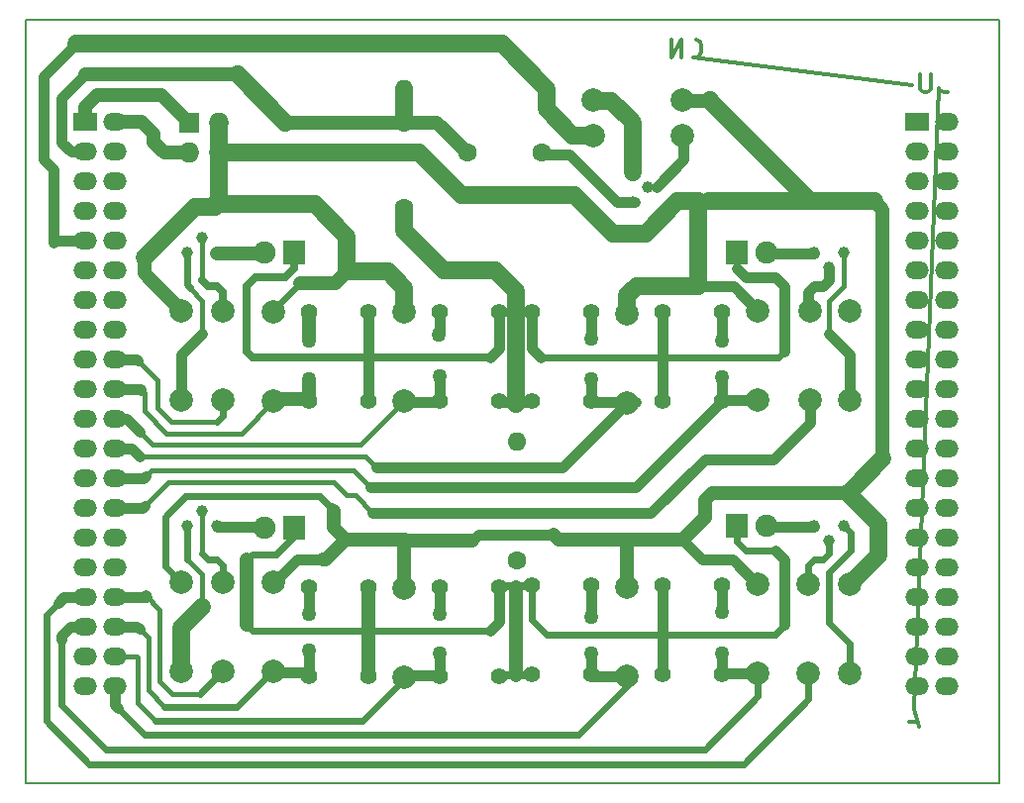
<source format=gbr>
G04 #@! TF.FileFunction,Copper,L2,Bot,Signal*
%FSLAX46Y46*%
G04 Gerber Fmt 4.6, Leading zero omitted, Abs format (unit mm)*
G04 Created by KiCad (PCBNEW 4.0.6-e0-6349~53~ubuntu16.04.1) date Sat Jul  1 03:26:18 2017*
%MOMM*%
%LPD*%
G01*
G04 APERTURE LIST*
%ADD10C,0.100000*%
%ADD11C,0.150000*%
%ADD12C,0.300000*%
%ADD13C,1.600000*%
%ADD14O,1.600000X1.600000*%
%ADD15R,2.000000X1.524000*%
%ADD16O,2.000000X1.524000*%
%ADD17R,1.300000X1.300000*%
%ADD18C,1.300000*%
%ADD19C,1.998980*%
%ADD20R,1.900000X2.000000*%
%ADD21C,1.900000*%
%ADD22R,1.727200X1.727200*%
%ADD23O,1.727200X1.727200*%
%ADD24C,1.000760*%
%ADD25C,1.397000*%
%ADD26C,1.600200*%
%ADD27C,1.270000*%
%ADD28C,1.500000*%
%ADD29C,1.200000*%
%ADD30C,0.900000*%
%ADD31C,0.600000*%
%ADD32C,0.304800*%
%ADD33C,0.635000*%
%ADD34C,0.450000*%
G04 APERTURE END LIST*
D10*
D11*
X196250000Y-118000000D02*
X113000000Y-118000000D01*
X196250000Y-52750000D02*
X196250000Y-118000000D01*
X113000000Y-52750000D02*
X196250000Y-52750000D01*
X113000000Y-118000000D02*
X113000000Y-52750000D01*
D12*
X189307143Y-112775000D02*
X188592857Y-112775000D01*
X189450000Y-113203571D02*
X188950000Y-111703571D01*
X191107143Y-58571429D01*
X191178571Y-58714286D01*
X191321429Y-58857143D01*
X191535714Y-58928571D01*
X191892857Y-58928571D01*
X190392857Y-57428571D02*
X190392857Y-58642857D01*
X190321429Y-58785714D01*
X190250000Y-58857143D01*
X190107143Y-58928571D01*
X189821429Y-58928571D01*
X189678571Y-58857143D01*
X189607143Y-58785714D01*
X189535714Y-58642857D01*
X189535714Y-57428571D01*
X188821428Y-58357143D02*
X170107142Y-55928571D01*
X170392856Y-55928571D01*
X170535713Y-55857143D01*
X170678570Y-55714286D01*
X170749999Y-55428571D01*
X170749999Y-54928571D01*
X170678570Y-54642857D01*
X170535713Y-54500000D01*
X170392856Y-54428571D01*
X169107141Y-55928571D02*
X169107141Y-54428571D01*
X168249998Y-55928571D01*
X168249998Y-54428571D01*
D13*
X145400000Y-68800000D03*
D14*
X145400000Y-58640000D03*
D15*
X189230000Y-61468000D03*
D16*
X191770000Y-61468000D03*
X189230000Y-74168000D03*
X191770000Y-64008000D03*
X189230000Y-76708000D03*
X191770000Y-66548000D03*
X189230000Y-79248000D03*
X191770000Y-69088000D03*
X189230000Y-81788000D03*
X191770000Y-71628000D03*
X189230000Y-84328000D03*
X191770000Y-74168000D03*
X189230000Y-86868000D03*
X191770000Y-76708000D03*
X189230000Y-89408000D03*
X191770000Y-79248000D03*
X189230000Y-91948000D03*
X191770000Y-81788000D03*
X189230000Y-94488000D03*
X191770000Y-84328000D03*
X189230000Y-97028000D03*
X191770000Y-86868000D03*
X189230000Y-99568000D03*
X191770000Y-89408000D03*
X191770000Y-91948000D03*
X189230000Y-102108000D03*
X191770000Y-94488000D03*
X191770000Y-99568000D03*
X191770000Y-102108000D03*
X191770000Y-104648000D03*
X191770000Y-107188000D03*
X189230000Y-104648000D03*
X189230000Y-107188000D03*
X189230000Y-64008000D03*
X189230000Y-66548000D03*
X189230000Y-69088000D03*
X189230000Y-71628000D03*
X189230000Y-109728000D03*
X191770000Y-109728000D03*
X191770000Y-97028000D03*
D15*
X118110000Y-61468000D03*
D16*
X120650000Y-61468000D03*
X118110000Y-64008000D03*
X120650000Y-64008000D03*
X118110000Y-66548000D03*
X120650000Y-66548000D03*
X118110000Y-69088000D03*
X120650000Y-69088000D03*
X118110000Y-71628000D03*
X120650000Y-71628000D03*
X118110000Y-74168000D03*
X120650000Y-74168000D03*
X118110000Y-76708000D03*
X120650000Y-76708000D03*
X118110000Y-79248000D03*
X120650000Y-79248000D03*
X118110000Y-81788000D03*
X120650000Y-81788000D03*
X118110000Y-84328000D03*
X120650000Y-84328000D03*
X118110000Y-86868000D03*
X120650000Y-86868000D03*
X118110000Y-89408000D03*
X120650000Y-89408000D03*
X118110000Y-91948000D03*
X120650000Y-91948000D03*
X118110000Y-94488000D03*
X120650000Y-94488000D03*
X118110000Y-97028000D03*
X120650000Y-97028000D03*
X118110000Y-99568000D03*
X120650000Y-99568000D03*
X118110000Y-102108000D03*
X120650000Y-102108000D03*
X118110000Y-104648000D03*
X120650000Y-104648000D03*
X118110000Y-107188000D03*
X120650000Y-107188000D03*
X118110000Y-109728000D03*
X120650000Y-109728000D03*
D17*
X135255000Y-64008000D03*
D18*
X135255000Y-61508000D03*
D19*
X164465000Y-85471000D03*
X164465000Y-77851000D03*
D20*
X136017000Y-72644000D03*
D21*
X133477000Y-72644000D03*
D20*
X173863000Y-72644000D03*
D21*
X176403000Y-72644000D03*
D20*
X136017000Y-96139000D03*
D21*
X133477000Y-96139000D03*
D20*
X173863000Y-96012000D03*
D21*
X176403000Y-96012000D03*
D22*
X127007800Y-61542700D03*
D23*
X129547800Y-61542700D03*
X127007800Y-64082700D03*
X129547800Y-64082700D03*
D24*
X166243000Y-67056000D03*
X164973000Y-68326000D03*
X164973000Y-65786000D03*
X128143000Y-71374000D03*
X129413000Y-72644000D03*
X126873000Y-72644000D03*
X181737000Y-73914000D03*
X180467000Y-72644000D03*
X183007000Y-72644000D03*
X128143000Y-94742000D03*
X129413000Y-96012000D03*
X126873000Y-96012000D03*
X181737000Y-97282000D03*
X180467000Y-96012000D03*
X183007000Y-96012000D03*
D19*
X134239000Y-85344000D03*
X134239000Y-77724000D03*
X145415000Y-85344000D03*
X145415000Y-77724000D03*
X175641000Y-85217000D03*
X175641000Y-77597000D03*
X145415000Y-108966000D03*
X145415000Y-101346000D03*
X134239000Y-108458000D03*
X134239000Y-100838000D03*
X175641000Y-108585000D03*
X175641000Y-100965000D03*
X164465000Y-108839000D03*
X164465000Y-101219000D03*
X169164000Y-62611000D03*
X161544000Y-62611000D03*
X169164000Y-59563000D03*
X161544000Y-59563000D03*
X129921000Y-85217000D03*
X129921000Y-77597000D03*
X126365000Y-85217000D03*
X126365000Y-77597000D03*
X180086000Y-85217000D03*
X180086000Y-77597000D03*
X183515000Y-85217000D03*
X183515000Y-77597000D03*
X129921000Y-108458000D03*
X129921000Y-100838000D03*
X126365000Y-108458000D03*
X126365000Y-100838000D03*
X179959000Y-108585000D03*
X179959000Y-100965000D03*
X183515000Y-108585000D03*
X183515000Y-100965000D03*
D13*
X155000000Y-99000000D03*
D14*
X155000000Y-88840000D03*
D25*
X137287000Y-77724000D03*
X142367000Y-77724000D03*
X137287000Y-85344000D03*
X142367000Y-85344000D03*
X148463000Y-77724000D03*
X153543000Y-77724000D03*
X148463000Y-85344000D03*
X153543000Y-85344000D03*
X172593000Y-85344000D03*
X167513000Y-85344000D03*
X172593000Y-77724000D03*
X167513000Y-77724000D03*
X161417000Y-85344000D03*
X156337000Y-85344000D03*
X161417000Y-77724000D03*
X156337000Y-77724000D03*
X148463000Y-101219000D03*
X153543000Y-101219000D03*
X148463000Y-108839000D03*
X153543000Y-108839000D03*
X137287000Y-101219000D03*
X142367000Y-101219000D03*
X137287000Y-108839000D03*
X142367000Y-108839000D03*
X172593000Y-108712000D03*
X167513000Y-108712000D03*
X172593000Y-101092000D03*
X167513000Y-101092000D03*
X161417000Y-108712000D03*
X156337000Y-108712000D03*
X161417000Y-101092000D03*
X156337000Y-101092000D03*
D26*
X157178971Y-64124429D03*
X150828971Y-64124429D03*
D27*
X137287000Y-80137000D03*
X137287000Y-83439000D03*
X148336000Y-79629000D03*
X148463000Y-83185000D03*
X172593000Y-80137000D03*
X172593000Y-83312000D03*
X161417000Y-80010000D03*
X161417000Y-83439000D03*
X137287000Y-103505000D03*
X137287000Y-106680000D03*
X172593000Y-103378000D03*
X172593000Y-106934000D03*
X148463000Y-103505000D03*
X148463000Y-106934000D03*
X161417000Y-103759000D03*
X161417000Y-106934000D03*
D28*
X145400000Y-68800000D02*
X145400000Y-70800000D01*
X148800000Y-74200000D02*
X153200000Y-74200000D01*
X153200000Y-74200000D02*
X154947800Y-75947800D01*
X154947800Y-75947800D02*
X154947800Y-77858800D01*
X145400000Y-70800000D02*
X148800000Y-74200000D01*
X145400000Y-61508000D02*
X145400000Y-58640000D01*
D29*
X135255000Y-61508000D02*
X142600000Y-61508000D01*
X142600000Y-61508000D02*
X145400000Y-61508000D01*
X145400000Y-61508000D02*
X148212542Y-61508000D01*
X148212542Y-61508000D02*
X150828971Y-64124429D01*
D30*
X118110000Y-64008000D02*
X116908002Y-64008000D01*
D28*
X131147000Y-57400000D02*
X135255000Y-61508000D01*
D29*
X118100000Y-57400000D02*
X131147000Y-57400000D01*
D30*
X116100002Y-59399998D02*
X118100000Y-57400000D01*
X116100002Y-63200000D02*
X116100002Y-59399998D01*
X116908002Y-64008000D02*
X116100002Y-63200000D01*
X167513000Y-101092000D02*
X167513000Y-108712000D01*
D31*
X156337000Y-101092000D02*
X156337000Y-104037000D01*
X177103500Y-105300000D02*
X177998300Y-104405200D01*
X157600000Y-105300000D02*
X177103500Y-105300000D01*
X156337000Y-104037000D02*
X157600000Y-105300000D01*
D30*
X142367000Y-85344000D02*
X142367000Y-81661000D01*
D32*
X142367000Y-81661000D02*
X142367000Y-81608700D01*
D28*
X154947800Y-85598000D02*
X154947800Y-77858800D01*
D33*
X154947800Y-85418700D02*
X154947800Y-85598000D01*
X154947800Y-77858800D02*
X154940000Y-77851000D01*
X154940000Y-77851000D02*
X154940000Y-77798700D01*
D30*
X167513000Y-85344000D02*
X167513000Y-81534000D01*
D32*
X167513000Y-81534000D02*
X167520800Y-81534000D01*
D29*
X154940000Y-108786700D02*
X154940000Y-101219000D01*
D33*
X154940000Y-101219000D02*
X154940000Y-101166700D01*
D29*
X142367000Y-108839000D02*
X142367000Y-105029000D01*
D32*
X142367000Y-105029000D02*
X142367000Y-104976700D01*
D33*
X153550800Y-108786700D02*
X154940000Y-108786700D01*
X154940000Y-108786700D02*
X156344800Y-108786700D01*
D30*
X153550800Y-85418700D02*
X154947800Y-85418700D01*
X154947800Y-85418700D02*
X156344800Y-85418700D01*
D33*
X153550800Y-101166700D02*
X154940000Y-101166700D01*
X154940000Y-101166700D02*
X155074800Y-101166700D01*
X155074800Y-101166700D02*
X156344800Y-101166700D01*
D31*
X174632800Y-98118700D02*
X173870800Y-97356700D01*
X173870800Y-97356700D02*
X173870800Y-96086700D01*
X132468800Y-104976700D02*
X142367000Y-104976700D01*
D32*
X142367000Y-104976700D02*
X142374800Y-104976700D01*
X136024800Y-96086700D02*
X136024800Y-96856700D01*
D29*
X131960800Y-98880700D02*
X131960800Y-104468700D01*
D31*
X132422800Y-98418700D02*
X131960800Y-98880700D01*
X134462800Y-98418700D02*
X132422800Y-98418700D01*
X136024800Y-96856700D02*
X134462800Y-98418700D01*
X131960800Y-104468700D02*
X132468800Y-104976700D01*
D29*
X142374800Y-101166700D02*
X142374800Y-104976700D01*
D30*
X153550800Y-104214700D02*
X153550800Y-101166700D01*
X152788800Y-104976700D02*
X153550800Y-104214700D01*
D31*
X142374800Y-104976700D02*
X152788800Y-104976700D01*
D32*
X177426800Y-104976700D02*
X177998300Y-104405200D01*
X177998300Y-104405200D02*
X177934800Y-104468700D01*
D30*
X177934800Y-104468700D02*
X177934800Y-98880700D01*
X177934800Y-98880700D02*
X177172800Y-98118700D01*
D31*
X177172800Y-98118700D02*
X174632800Y-98118700D01*
X173870800Y-73988700D02*
X173870800Y-72718700D01*
D30*
X174632800Y-74750700D02*
X173870800Y-73988700D01*
D32*
X131960800Y-81100700D02*
X132024300Y-81164200D01*
D33*
X132024300Y-81164200D02*
X132468800Y-81608700D01*
X131960800Y-75512700D02*
X131960800Y-81100700D01*
D30*
X177172800Y-74750700D02*
X174632800Y-74750700D01*
X177934800Y-75512700D02*
X177172800Y-74750700D01*
X177934800Y-81100700D02*
X177934800Y-75512700D01*
D31*
X177426800Y-81608700D02*
X177934800Y-81100700D01*
D33*
X132722800Y-74750700D02*
X131960800Y-75512700D01*
X135262800Y-74750700D02*
X132722800Y-74750700D01*
X136024800Y-73988700D02*
X135262800Y-74750700D01*
X136024800Y-72718700D02*
X136024800Y-73988700D01*
X132468800Y-81608700D02*
X142367000Y-81608700D01*
D32*
X142367000Y-81608700D02*
X142374800Y-81608700D01*
X167520800Y-81608700D02*
X167520800Y-81534000D01*
D30*
X167520800Y-81534000D02*
X167520800Y-77798700D01*
D31*
X157106800Y-81608700D02*
X167520800Y-81608700D01*
X167520800Y-81608700D02*
X177426800Y-81608700D01*
D33*
X153550800Y-77798700D02*
X154940000Y-77798700D01*
X154940000Y-77798700D02*
X156344800Y-77798700D01*
X142374800Y-81608700D02*
X152788800Y-81608700D01*
D30*
X152788800Y-81608700D02*
X153550800Y-80846700D01*
X153550800Y-80846700D02*
X153550800Y-77798700D01*
X156344800Y-77798700D02*
X156344800Y-80846700D01*
X156344800Y-80846700D02*
X157106800Y-81608700D01*
X142374800Y-77798700D02*
X142374800Y-81608700D01*
D32*
X133484800Y-72718700D02*
X133738800Y-72464700D01*
X133738800Y-72464700D02*
X133484800Y-72718700D01*
D29*
X129420800Y-72718700D02*
X133484800Y-72718700D01*
D30*
X180474800Y-72718700D02*
X176410800Y-72718700D01*
X180474800Y-96086700D02*
X176410800Y-96086700D01*
D32*
X166410164Y-67016464D02*
X166936536Y-67016464D01*
D30*
X169235300Y-64717700D02*
X169235300Y-62558700D01*
X166936536Y-67016464D02*
X169235300Y-64717700D01*
X165140164Y-68286464D02*
X163616164Y-68286465D01*
X159552164Y-64222465D02*
X157266164Y-64222465D01*
X163616164Y-68286465D02*
X159552164Y-64222465D01*
D32*
X157266164Y-64222465D02*
X157178971Y-64124429D01*
X157262972Y-64194429D02*
X157178971Y-64124429D01*
D34*
X128150800Y-75004700D02*
X128150800Y-71448700D01*
D33*
X128658800Y-75512700D02*
X128150800Y-75004700D01*
X129420800Y-75512700D02*
X128658800Y-75512700D01*
X129928800Y-76020700D02*
X129420800Y-75512700D01*
X129928800Y-77544700D02*
X129928800Y-76020700D01*
D31*
X127084050Y-75715950D02*
X127084050Y-75584050D01*
X126873000Y-75373000D02*
X126873000Y-72644000D01*
X127084050Y-75584050D02*
X126873000Y-75373000D01*
D34*
X128150800Y-76782700D02*
X127084050Y-75715950D01*
X127084050Y-75715950D02*
X126880800Y-75512700D01*
X128150800Y-79576700D02*
X128150800Y-76782700D01*
D30*
X126372800Y-81354700D02*
X128150800Y-79576700D01*
X126372800Y-85164700D02*
X126372800Y-81354700D01*
X181744800Y-73988700D02*
X181744800Y-75004700D01*
X179966800Y-76020700D02*
X179966800Y-77290700D01*
X180474800Y-75512700D02*
X179966800Y-76020700D01*
X181236800Y-75512700D02*
X180474800Y-75512700D01*
X181744800Y-75004700D02*
X181236800Y-75512700D01*
D32*
X179966800Y-77290700D02*
X180220800Y-77544700D01*
D30*
X183522800Y-85164700D02*
X183522800Y-81354700D01*
D34*
X183014800Y-75512700D02*
X183014800Y-72718700D01*
X181744800Y-76782700D02*
X183014800Y-75512700D01*
X181744800Y-79576700D02*
X181744800Y-76782700D01*
D30*
X183522800Y-81354700D02*
X181744800Y-79576700D01*
D32*
X179966800Y-100658700D02*
X180220800Y-100912700D01*
D31*
X179966800Y-99388700D02*
X179966800Y-100658700D01*
X180474800Y-98880700D02*
X179966800Y-99388700D01*
X181236800Y-98880700D02*
X180474800Y-98880700D01*
X181744800Y-98372700D02*
X181236800Y-98880700D01*
X181744800Y-97356700D02*
X181744800Y-98372700D01*
X183515000Y-108585000D02*
X183515000Y-106115000D01*
X183600000Y-96605000D02*
X183007000Y-96012000D01*
X183600000Y-98100000D02*
X183600000Y-96605000D01*
X181700000Y-100000000D02*
X183600000Y-98100000D01*
X181700000Y-104300000D02*
X181700000Y-100000000D01*
X183515000Y-106115000D02*
X181700000Y-104300000D01*
D30*
X120650000Y-84328000D02*
X122828000Y-84328000D01*
D34*
X127000000Y-88100000D02*
X131483000Y-88100000D01*
X131483000Y-88100000D02*
X134239000Y-85344000D01*
X125100000Y-88100000D02*
X123200000Y-86200000D01*
X123200000Y-86200000D02*
X123200000Y-84700000D01*
X123200000Y-84700000D02*
X122900000Y-84400000D01*
X127000000Y-88100000D02*
X125100000Y-88100000D01*
D30*
X122828000Y-84328000D02*
X122900000Y-84400000D01*
D29*
X137287000Y-85344000D02*
X137287000Y-83439000D01*
X137287000Y-80137000D02*
X137287000Y-77724000D01*
D32*
X137040800Y-85164700D02*
X137294800Y-85418700D01*
D29*
X134246800Y-85164700D02*
X137040800Y-85164700D01*
D30*
X120650000Y-86868000D02*
X121668000Y-86868000D01*
D34*
X123900000Y-89100000D02*
X122800000Y-88000000D01*
X141659000Y-89100000D02*
X145415000Y-85344000D01*
X141659000Y-89100000D02*
X123900000Y-89100000D01*
D30*
X121668000Y-86868000D02*
X122800000Y-88000000D01*
X148463000Y-85344000D02*
X148463000Y-83185000D01*
X148463000Y-79502000D02*
X148463000Y-77724000D01*
D32*
X148336000Y-79629000D02*
X148463000Y-79502000D01*
D30*
X148470800Y-85418700D02*
X145422800Y-85418700D01*
X120650000Y-91948000D02*
X123152000Y-91948000D01*
D34*
X141100000Y-91300000D02*
X123800000Y-91300000D01*
X123800000Y-91300000D02*
X123300000Y-91800000D01*
D30*
X165237000Y-92700000D02*
X172593000Y-85344000D01*
X142500000Y-92700000D02*
X165237000Y-92700000D01*
D34*
X142050000Y-92250000D02*
X142500000Y-92700000D01*
X142050000Y-92250000D02*
X141100000Y-91300000D01*
D30*
X123152000Y-91948000D02*
X123300000Y-91800000D01*
X175641000Y-85217000D02*
X172720000Y-85217000D01*
X172720000Y-85217000D02*
X172593000Y-85344000D01*
X172593000Y-85344000D02*
X172593000Y-83312000D01*
X172593000Y-80137000D02*
X172593000Y-77724000D01*
D32*
X172600800Y-85418700D02*
X172854800Y-85164700D01*
D30*
X120650000Y-89408000D02*
X122108000Y-89408000D01*
X122108000Y-89408000D02*
X122800000Y-90100000D01*
D34*
X142100000Y-90100000D02*
X122800000Y-90100000D01*
X142100000Y-90100000D02*
X143000000Y-91000000D01*
D30*
X143000000Y-91000000D02*
X158936000Y-91000000D01*
X164465000Y-85471000D02*
X158936000Y-91000000D01*
D34*
X122800000Y-90100000D02*
X122900000Y-90200000D01*
D30*
X161417000Y-85344000D02*
X161417000Y-83439000D01*
X161417000Y-80010000D02*
X161417000Y-77724000D01*
X161424800Y-85418700D02*
X165234800Y-85418700D01*
X120650000Y-104648000D02*
X122548000Y-104648000D01*
D34*
X123500000Y-105600000D02*
X122750000Y-104850000D01*
X123500000Y-110100000D02*
X123500000Y-105600000D01*
X124900000Y-111500000D02*
X123500000Y-110100000D01*
D31*
X131100000Y-111500000D02*
X124900000Y-111500000D01*
X131100000Y-111500000D02*
X134142000Y-108458000D01*
D30*
X122548000Y-104648000D02*
X122750000Y-104850000D01*
D34*
X134239000Y-108458000D02*
X134142000Y-108458000D01*
D30*
X137287000Y-108839000D02*
X137287000Y-106680000D01*
X137287000Y-103505000D02*
X137287000Y-101219000D01*
D32*
X137040800Y-108532700D02*
X137294800Y-108786700D01*
D30*
X134246800Y-108532700D02*
X137040800Y-108532700D01*
D32*
X120653400Y-104651400D02*
X120650000Y-104648000D01*
D30*
X116100000Y-105700000D02*
X116100000Y-105400000D01*
D31*
X175641000Y-110559000D02*
X171100000Y-115100000D01*
X171100000Y-115100000D02*
X119900000Y-115100000D01*
X119900000Y-115100000D02*
X116100000Y-111300000D01*
X116100000Y-111300000D02*
X116100000Y-105700000D01*
X175641000Y-108585000D02*
X175641000Y-110559000D01*
D30*
X116852000Y-104648000D02*
X118110000Y-104648000D01*
X116100000Y-105400000D02*
X116852000Y-104648000D01*
X172593000Y-108712000D02*
X172593000Y-106934000D01*
X172593000Y-103378000D02*
X172593000Y-101092000D01*
X175641000Y-108585000D02*
X172720000Y-108585000D01*
D32*
X172720000Y-108585000D02*
X172593000Y-108712000D01*
D28*
X164973000Y-65786000D02*
X164973000Y-61515307D01*
X164700000Y-61242307D02*
X163108164Y-59650464D01*
X163108164Y-59650464D02*
X161584164Y-59650465D01*
X164973000Y-61515307D02*
X164700000Y-61242307D01*
D30*
X129420800Y-96086700D02*
X133484800Y-96086700D01*
D32*
X133738800Y-95832700D02*
X133484800Y-96086700D01*
X133484800Y-96086700D02*
X133738800Y-95832700D01*
D31*
X129928800Y-99388700D02*
X129420800Y-98880700D01*
X129420800Y-98880700D02*
X128658800Y-98880700D01*
X128658800Y-98880700D02*
X128150800Y-98372700D01*
X129928800Y-100912700D02*
X129928800Y-99388700D01*
D34*
X128150800Y-98372700D02*
X128150800Y-94816700D01*
D28*
X126372800Y-104722700D02*
X128150800Y-102944700D01*
D34*
X128150800Y-102944700D02*
X128150800Y-100150700D01*
X128150800Y-100150700D02*
X126880800Y-98880700D01*
D28*
X126372800Y-108532700D02*
X126372800Y-104722700D01*
D31*
X126880800Y-98880700D02*
X126880800Y-96086700D01*
D34*
X120650000Y-107188000D02*
X122488000Y-107188000D01*
D31*
X141800000Y-112700000D02*
X145415000Y-109085000D01*
X141800000Y-112700000D02*
X124100000Y-112700000D01*
D34*
X124100000Y-112700000D02*
X122600000Y-111200000D01*
X122600000Y-107300000D02*
X122600000Y-111200000D01*
X122488000Y-107188000D02*
X122600000Y-107300000D01*
D30*
X145415000Y-108966000D02*
X145415000Y-109085000D01*
X148463000Y-108839000D02*
X148463000Y-106934000D01*
X148463000Y-103505000D02*
X148463000Y-101219000D01*
X148470800Y-108786700D02*
X145422800Y-108786700D01*
D32*
X145422800Y-108786700D02*
X144660800Y-108786700D01*
D30*
X120650000Y-109728000D02*
X120650000Y-111350000D01*
D31*
X160300000Y-113900000D02*
X123200000Y-113900000D01*
X123200000Y-113900000D02*
X120900000Y-111600000D01*
X160300000Y-113900000D02*
X164465000Y-109735000D01*
D30*
X120650000Y-111350000D02*
X120900000Y-111600000D01*
D34*
X164465000Y-108839000D02*
X164465000Y-109735000D01*
D30*
X161417000Y-108712000D02*
X161417000Y-106934000D01*
X161417000Y-103759000D02*
X161417000Y-101092000D01*
X164465000Y-108839000D02*
X161544000Y-108839000D01*
D32*
X161544000Y-108839000D02*
X161417000Y-108712000D01*
D29*
X118110000Y-61468000D02*
X118110000Y-60190000D01*
X124665100Y-59200000D02*
X127007800Y-61542700D01*
X119100000Y-59200000D02*
X124665100Y-59200000D01*
X118110000Y-60190000D02*
X119100000Y-59200000D01*
X120650000Y-61468000D02*
X122968000Y-61468000D01*
X124882700Y-64082700D02*
X127007800Y-64082700D01*
X124000000Y-63200000D02*
X124882700Y-64082700D01*
X124000000Y-62500000D02*
X124000000Y-63200000D01*
X122968000Y-61468000D02*
X124000000Y-62500000D01*
D30*
X120650000Y-81788000D02*
X122488000Y-81788000D01*
X122488000Y-81788000D02*
X122600000Y-81900000D01*
D34*
X127400000Y-87100000D02*
X125500000Y-87100000D01*
X122600000Y-81900000D02*
X122500000Y-81900000D01*
X124300000Y-83600000D02*
X122600000Y-81900000D01*
X124300000Y-85900000D02*
X124300000Y-83600000D01*
X125500000Y-87100000D02*
X124300000Y-85900000D01*
D31*
X129921000Y-86579000D02*
X129921000Y-85217000D01*
X129400000Y-87100000D02*
X129921000Y-86579000D01*
D34*
X127400000Y-87100000D02*
X129400000Y-87100000D01*
D30*
X120650000Y-94488000D02*
X123012000Y-94488000D01*
D34*
X140500000Y-93400000D02*
X139400000Y-92300000D01*
X139400000Y-92300000D02*
X125200000Y-92300000D01*
X125200000Y-92300000D02*
X123200000Y-94300000D01*
D30*
X180086000Y-87214000D02*
X180086000Y-85217000D01*
D34*
X142700000Y-94900000D02*
X141200000Y-93400000D01*
D30*
X166500000Y-94900000D02*
X142700000Y-94900000D01*
X171100000Y-90300000D02*
X166500000Y-94900000D01*
X177000000Y-90300000D02*
X171100000Y-90300000D01*
X180086000Y-87214000D02*
X177000000Y-90300000D01*
D34*
X141200000Y-93400000D02*
X140500000Y-93400000D01*
D30*
X123012000Y-94488000D02*
X123200000Y-94300000D01*
D32*
X179966800Y-85164700D02*
X180220800Y-85164700D01*
D30*
X120650000Y-102108000D02*
X123408000Y-102108000D01*
D34*
X124500000Y-103200000D02*
X123250000Y-101950000D01*
X124500000Y-109300000D02*
X124500000Y-103200000D01*
X125600000Y-110400000D02*
X124500000Y-109300000D01*
X127900000Y-110400000D02*
X125600000Y-110400000D01*
D31*
X127900000Y-110400000D02*
X129842000Y-108458000D01*
D30*
X123408000Y-102108000D02*
X123250000Y-101950000D01*
D34*
X129921000Y-108458000D02*
X129842000Y-108458000D01*
D30*
X115800000Y-102600000D02*
X116300000Y-102100000D01*
D31*
X179959000Y-110841000D02*
X174400000Y-116400000D01*
X174400000Y-116400000D02*
X118500000Y-116400000D01*
X118500000Y-116400000D02*
X114800000Y-112700000D01*
X114800000Y-112700000D02*
X114800000Y-103600000D01*
X114800000Y-103600000D02*
X115800000Y-102600000D01*
X179959000Y-108585000D02*
X179959000Y-110841000D01*
D30*
X116300000Y-102100000D02*
X118102000Y-102100000D01*
X118102000Y-102100000D02*
X118110000Y-102108000D01*
X118110000Y-71628000D02*
X115400000Y-71628000D01*
X114600000Y-64700000D02*
X115400000Y-65500000D01*
X115400000Y-65500000D02*
X115400000Y-71800000D01*
D28*
X159811000Y-62611000D02*
X161544000Y-62611000D01*
X157600000Y-60400000D02*
X159811000Y-62611000D01*
X157600000Y-58667000D02*
X157600000Y-60400000D01*
X153733000Y-54800000D02*
X157600000Y-58667000D01*
X117400000Y-54800000D02*
X153733000Y-54800000D01*
D30*
X114600000Y-57600000D02*
X117400000Y-54800000D01*
X114600000Y-57600000D02*
X114600000Y-64700000D01*
X115400000Y-71628000D02*
X115400000Y-71800000D01*
D29*
X145415000Y-97300000D02*
X151200000Y-97300000D01*
X158600000Y-97200000D02*
X169200000Y-97200000D01*
X158200000Y-96800000D02*
X158600000Y-97200000D01*
D30*
X151700000Y-96800000D02*
X158200000Y-96800000D01*
X151200000Y-97300000D02*
X151700000Y-96800000D01*
X170900000Y-98900000D02*
X169200000Y-97200000D01*
X173500000Y-98900000D02*
X170900000Y-98900000D01*
X175565000Y-100965000D02*
X173500000Y-98900000D01*
D29*
X164465000Y-97965000D02*
X164400000Y-97900000D01*
X164465000Y-101219000D02*
X164465000Y-97965000D01*
X145415000Y-101346000D02*
X145415000Y-97300000D01*
X145415000Y-97300000D02*
X145415000Y-97200000D01*
D30*
X175641000Y-100965000D02*
X175565000Y-100965000D01*
D29*
X138400000Y-98900000D02*
X138700000Y-98900000D01*
D30*
X136200000Y-98900000D02*
X138400000Y-98900000D01*
X134262000Y-100838000D02*
X136200000Y-98900000D01*
D29*
X138700000Y-98900000D02*
X140400000Y-97200000D01*
X145500000Y-97500000D02*
X145500000Y-97200000D01*
X145500000Y-97285000D02*
X145500000Y-97500000D01*
X145415000Y-97200000D02*
X145500000Y-97285000D01*
X139400000Y-94700000D02*
X139400000Y-96200000D01*
X139400000Y-96200000D02*
X140400000Y-97200000D01*
X171700000Y-93200000D02*
X183300000Y-93200000D01*
X169200000Y-97200000D02*
X171100000Y-95300000D01*
X171100000Y-95300000D02*
X171100000Y-93800000D01*
X171100000Y-93800000D02*
X171700000Y-93200000D01*
X140400000Y-97200000D02*
X145500000Y-97200000D01*
D30*
X183250000Y-93150000D02*
X183300000Y-93200000D01*
D28*
X183300000Y-93200000D02*
X185900000Y-95800000D01*
X183515000Y-100965000D02*
X185900000Y-98580000D01*
X185900000Y-95800000D02*
X185900000Y-98580000D01*
X183700000Y-92900000D02*
X186316800Y-90283200D01*
D29*
X186316800Y-90283200D02*
X186316800Y-75004700D01*
D28*
X185618300Y-68273700D02*
X180093800Y-68273700D01*
D29*
X186316800Y-68972200D02*
X185935800Y-68591200D01*
D33*
X185935800Y-68591200D02*
X185618300Y-68273700D01*
D29*
X186316800Y-75004700D02*
X186316800Y-68972200D01*
D31*
X134239000Y-100838000D02*
X134262000Y-100838000D01*
X126365000Y-100838000D02*
X126338000Y-100838000D01*
X126338000Y-100838000D02*
X125000000Y-99500000D01*
X125000000Y-99500000D02*
X125000000Y-95200000D01*
X125000000Y-95200000D02*
X126700000Y-93500000D01*
X126700000Y-93500000D02*
X138200000Y-93500000D01*
X138200000Y-93500000D02*
X139400000Y-94700000D01*
D30*
X139400000Y-94700000D02*
X139200000Y-94500000D01*
D28*
X170500000Y-75500000D02*
X170500000Y-68273700D01*
D29*
X170500000Y-68273700D02*
X170010000Y-68273700D01*
D28*
X164465000Y-77851000D02*
X164465000Y-76285000D01*
X165250000Y-75500000D02*
X170500000Y-75500000D01*
D30*
X170500000Y-75500000D02*
X171250000Y-75500000D01*
D28*
X164465000Y-76285000D02*
X165250000Y-75500000D01*
D30*
X173544000Y-75500000D02*
X175641000Y-77597000D01*
X171250000Y-75500000D02*
X173544000Y-75500000D01*
D28*
X145415000Y-77724000D02*
X145415000Y-75665000D01*
X144000000Y-74250000D02*
X140500000Y-74250000D01*
X145415000Y-75665000D02*
X144000000Y-74250000D01*
D31*
X134239000Y-77724000D02*
X134239000Y-77511000D01*
X134239000Y-77511000D02*
X136500000Y-75250000D01*
D29*
X136500000Y-75250000D02*
X139500000Y-75250000D01*
X139500000Y-75250000D02*
X140500000Y-74250000D01*
D28*
X140500000Y-74250000D02*
X140500000Y-71250000D01*
X140500000Y-71250000D02*
X137750000Y-68500000D01*
X137750000Y-68500000D02*
X129250000Y-68500000D01*
D30*
X129250000Y-68500000D02*
X129250000Y-68750000D01*
D31*
X126365000Y-77597000D02*
X126347000Y-77597000D01*
D29*
X126347000Y-77597000D02*
X123200000Y-74450000D01*
X123200000Y-74450000D02*
X123200000Y-73050000D01*
D28*
X123200000Y-73050000D02*
X127500000Y-68750000D01*
X127500000Y-68750000D02*
X129250000Y-68750000D01*
D30*
X129250000Y-68750000D02*
X129000000Y-68750000D01*
X129000000Y-68750000D02*
X129547800Y-68202200D01*
D28*
X129547800Y-68202200D02*
X129547800Y-64082700D01*
X129547800Y-61542700D02*
X129547800Y-64082700D01*
X131000000Y-64082700D02*
X129547800Y-64082700D01*
X159974000Y-67750000D02*
X150322000Y-67750000D01*
X150322000Y-67750000D02*
X146642000Y-64070000D01*
X146642000Y-64070000D02*
X142070000Y-64070000D01*
D33*
X142070000Y-64070000D02*
X142070000Y-64082700D01*
D28*
X170010000Y-68273700D02*
X168726300Y-68273700D01*
X163224000Y-71000000D02*
X159974000Y-67750000D01*
X166000000Y-71000000D02*
X163224000Y-71000000D01*
X168726300Y-68273700D02*
X166000000Y-71000000D01*
D33*
X171457800Y-68273700D02*
X170010000Y-68273700D01*
D28*
X180093800Y-68273700D02*
X171457800Y-68273700D01*
D33*
X170010000Y-68273700D02*
X169806800Y-68273700D01*
X142438300Y-64082700D02*
X142070000Y-64082700D01*
D28*
X142070000Y-64082700D02*
X131000000Y-64082700D01*
D33*
X131000000Y-64082700D02*
X130817800Y-64082700D01*
X132722800Y-64082700D02*
X130817800Y-64082700D01*
D28*
X171521300Y-59637700D02*
X171521300Y-59650464D01*
D29*
X169204164Y-59650464D02*
X171521300Y-59650464D01*
D33*
X171521300Y-59650464D02*
X171534064Y-59650464D01*
D28*
X171534064Y-59650464D02*
X180093800Y-68210200D01*
D33*
X180093800Y-68210200D02*
X180093800Y-68273700D01*
D32*
X145422800Y-101166700D02*
X145422800Y-100658700D01*
M02*

</source>
